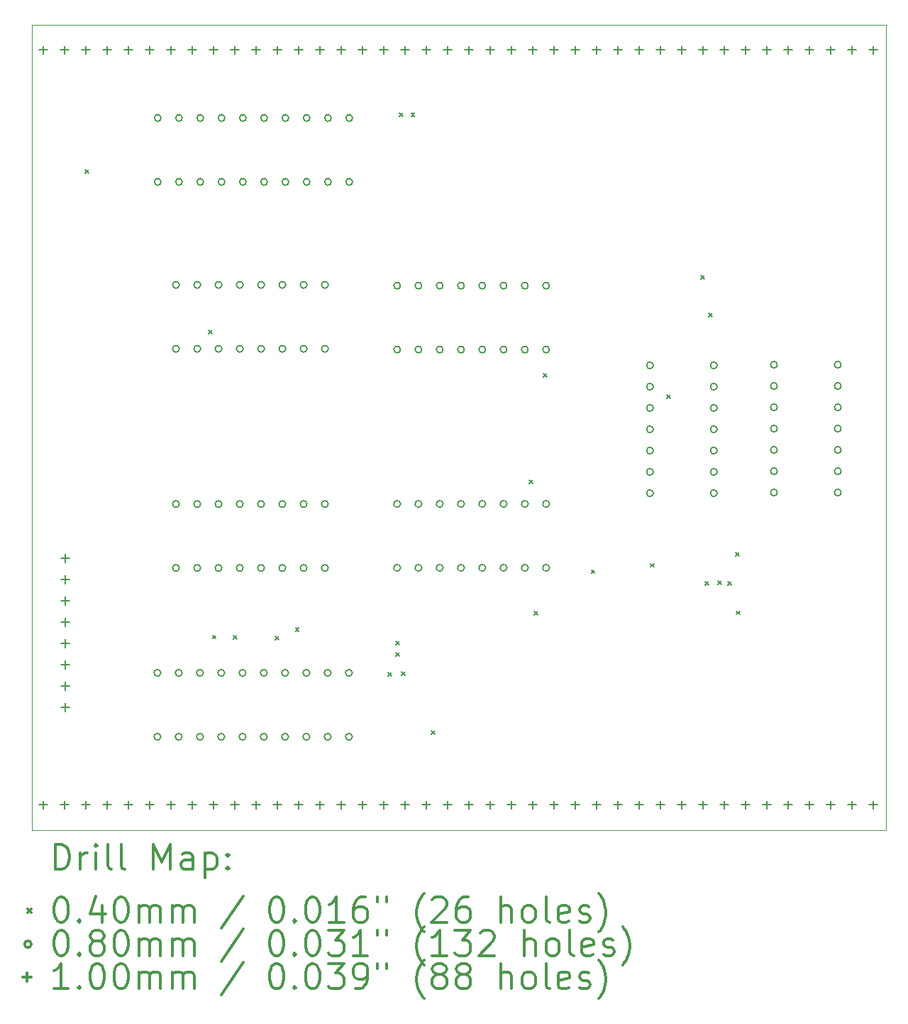
<source format=gbr>
%FSLAX45Y45*%
G04 Gerber Fmt 4.5, Leading zero omitted, Abs format (unit mm)*
G04 Created by KiCad (PCBNEW (5.1.9)-1) date 2022-07-23 11:52:51*
%MOMM*%
%LPD*%
G01*
G04 APERTURE LIST*
%TA.AperFunction,Profile*%
%ADD10C,0.100000*%
%TD*%
%ADD11C,0.200000*%
%ADD12C,0.300000*%
G04 APERTURE END LIST*
D10*
X8500000Y-13900000D02*
X8500000Y-4300000D01*
X18700000Y-13900000D02*
X8500000Y-13900000D01*
X18700000Y-4300000D02*
X18700000Y-13900000D01*
X8500000Y-4300000D02*
X18700000Y-4300000D01*
D11*
X9140000Y-6030000D02*
X9180000Y-6070000D01*
X9180000Y-6030000D02*
X9140000Y-6070000D01*
X10610000Y-7940000D02*
X10650000Y-7980000D01*
X10650000Y-7940000D02*
X10610000Y-7980000D01*
X10659500Y-11579500D02*
X10699500Y-11619500D01*
X10699500Y-11579500D02*
X10659500Y-11619500D01*
X10907500Y-11585500D02*
X10947500Y-11625500D01*
X10947500Y-11585500D02*
X10907500Y-11625500D01*
X11411000Y-11590000D02*
X11451000Y-11630000D01*
X11451000Y-11590000D02*
X11411000Y-11630000D01*
X11650000Y-11492503D02*
X11690000Y-11532503D01*
X11690000Y-11492503D02*
X11650000Y-11532503D01*
X12756500Y-12020500D02*
X12796500Y-12060500D01*
X12796500Y-12020500D02*
X12756500Y-12060500D01*
X12849000Y-11652501D02*
X12889000Y-11692501D01*
X12889000Y-11652501D02*
X12849000Y-11692501D01*
X12849000Y-11783000D02*
X12889000Y-11823000D01*
X12889000Y-11783000D02*
X12849000Y-11823000D01*
X12890000Y-5350000D02*
X12930000Y-5390000D01*
X12930000Y-5350000D02*
X12890000Y-5390000D01*
X12918000Y-12014000D02*
X12958000Y-12054000D01*
X12958000Y-12014000D02*
X12918000Y-12054000D01*
X13030000Y-5350000D02*
X13070000Y-5390000D01*
X13070000Y-5350000D02*
X13030000Y-5390000D01*
X13270000Y-12720000D02*
X13310000Y-12760000D01*
X13310000Y-12720000D02*
X13270000Y-12760000D01*
X14440000Y-9730000D02*
X14480000Y-9770000D01*
X14480000Y-9730000D02*
X14440000Y-9770000D01*
X14500000Y-11292501D02*
X14540000Y-11332501D01*
X14540000Y-11292501D02*
X14500000Y-11332501D01*
X14610000Y-8460000D02*
X14650000Y-8500000D01*
X14650000Y-8460000D02*
X14610000Y-8500000D01*
X15180000Y-10800000D02*
X15220000Y-10840000D01*
X15220000Y-10800000D02*
X15180000Y-10840000D01*
X15886501Y-10723499D02*
X15926501Y-10763499D01*
X15926501Y-10723499D02*
X15886501Y-10763499D01*
X16080000Y-8710000D02*
X16120000Y-8750000D01*
X16120000Y-8710000D02*
X16080000Y-8750000D01*
X16487499Y-7292501D02*
X16527499Y-7332501D01*
X16527499Y-7292501D02*
X16487499Y-7332501D01*
X16540000Y-10940000D02*
X16580000Y-10980000D01*
X16580000Y-10940000D02*
X16540000Y-10980000D01*
X16580659Y-7740659D02*
X16620659Y-7780659D01*
X16620659Y-7740659D02*
X16580659Y-7780659D01*
X16690000Y-10930000D02*
X16730000Y-10970000D01*
X16730000Y-10930000D02*
X16690000Y-10970000D01*
X16810001Y-10940000D02*
X16850001Y-10980000D01*
X16850001Y-10940000D02*
X16810001Y-10980000D01*
X16900000Y-10590000D02*
X16940000Y-10630000D01*
X16940000Y-10590000D02*
X16900000Y-10630000D01*
X16910000Y-11290000D02*
X16950000Y-11330000D01*
X16950000Y-11290000D02*
X16910000Y-11330000D01*
X10040000Y-12025000D02*
G75*
G03*
X10040000Y-12025000I-40000J0D01*
G01*
X10040000Y-12787000D02*
G75*
G03*
X10040000Y-12787000I-40000J0D01*
G01*
X10044000Y-5410000D02*
G75*
G03*
X10044000Y-5410000I-40000J0D01*
G01*
X10044000Y-6172000D02*
G75*
G03*
X10044000Y-6172000I-40000J0D01*
G01*
X10262000Y-7400000D02*
G75*
G03*
X10262000Y-7400000I-40000J0D01*
G01*
X10262000Y-8162000D02*
G75*
G03*
X10262000Y-8162000I-40000J0D01*
G01*
X10262000Y-10013000D02*
G75*
G03*
X10262000Y-10013000I-40000J0D01*
G01*
X10262000Y-10775000D02*
G75*
G03*
X10262000Y-10775000I-40000J0D01*
G01*
X10294000Y-12025000D02*
G75*
G03*
X10294000Y-12025000I-40000J0D01*
G01*
X10294000Y-12787000D02*
G75*
G03*
X10294000Y-12787000I-40000J0D01*
G01*
X10298000Y-5410000D02*
G75*
G03*
X10298000Y-5410000I-40000J0D01*
G01*
X10298000Y-6172000D02*
G75*
G03*
X10298000Y-6172000I-40000J0D01*
G01*
X10516000Y-7400000D02*
G75*
G03*
X10516000Y-7400000I-40000J0D01*
G01*
X10516000Y-8162000D02*
G75*
G03*
X10516000Y-8162000I-40000J0D01*
G01*
X10516000Y-10013000D02*
G75*
G03*
X10516000Y-10013000I-40000J0D01*
G01*
X10516000Y-10775000D02*
G75*
G03*
X10516000Y-10775000I-40000J0D01*
G01*
X10548000Y-12025000D02*
G75*
G03*
X10548000Y-12025000I-40000J0D01*
G01*
X10548000Y-12787000D02*
G75*
G03*
X10548000Y-12787000I-40000J0D01*
G01*
X10552000Y-5410000D02*
G75*
G03*
X10552000Y-5410000I-40000J0D01*
G01*
X10552000Y-6172000D02*
G75*
G03*
X10552000Y-6172000I-40000J0D01*
G01*
X10770000Y-7400000D02*
G75*
G03*
X10770000Y-7400000I-40000J0D01*
G01*
X10770000Y-8162000D02*
G75*
G03*
X10770000Y-8162000I-40000J0D01*
G01*
X10770000Y-10013000D02*
G75*
G03*
X10770000Y-10013000I-40000J0D01*
G01*
X10770000Y-10775000D02*
G75*
G03*
X10770000Y-10775000I-40000J0D01*
G01*
X10802000Y-12025000D02*
G75*
G03*
X10802000Y-12025000I-40000J0D01*
G01*
X10802000Y-12787000D02*
G75*
G03*
X10802000Y-12787000I-40000J0D01*
G01*
X10806000Y-5410000D02*
G75*
G03*
X10806000Y-5410000I-40000J0D01*
G01*
X10806000Y-6172000D02*
G75*
G03*
X10806000Y-6172000I-40000J0D01*
G01*
X11024000Y-7400000D02*
G75*
G03*
X11024000Y-7400000I-40000J0D01*
G01*
X11024000Y-8162000D02*
G75*
G03*
X11024000Y-8162000I-40000J0D01*
G01*
X11024000Y-10013000D02*
G75*
G03*
X11024000Y-10013000I-40000J0D01*
G01*
X11024000Y-10775000D02*
G75*
G03*
X11024000Y-10775000I-40000J0D01*
G01*
X11056000Y-12025000D02*
G75*
G03*
X11056000Y-12025000I-40000J0D01*
G01*
X11056000Y-12787000D02*
G75*
G03*
X11056000Y-12787000I-40000J0D01*
G01*
X11060000Y-5410000D02*
G75*
G03*
X11060000Y-5410000I-40000J0D01*
G01*
X11060000Y-6172000D02*
G75*
G03*
X11060000Y-6172000I-40000J0D01*
G01*
X11278000Y-7400000D02*
G75*
G03*
X11278000Y-7400000I-40000J0D01*
G01*
X11278000Y-8162000D02*
G75*
G03*
X11278000Y-8162000I-40000J0D01*
G01*
X11278000Y-10013000D02*
G75*
G03*
X11278000Y-10013000I-40000J0D01*
G01*
X11278000Y-10775000D02*
G75*
G03*
X11278000Y-10775000I-40000J0D01*
G01*
X11310000Y-12025000D02*
G75*
G03*
X11310000Y-12025000I-40000J0D01*
G01*
X11310000Y-12787000D02*
G75*
G03*
X11310000Y-12787000I-40000J0D01*
G01*
X11314000Y-5410000D02*
G75*
G03*
X11314000Y-5410000I-40000J0D01*
G01*
X11314000Y-6172000D02*
G75*
G03*
X11314000Y-6172000I-40000J0D01*
G01*
X11532000Y-7400000D02*
G75*
G03*
X11532000Y-7400000I-40000J0D01*
G01*
X11532000Y-8162000D02*
G75*
G03*
X11532000Y-8162000I-40000J0D01*
G01*
X11532000Y-10013000D02*
G75*
G03*
X11532000Y-10013000I-40000J0D01*
G01*
X11532000Y-10775000D02*
G75*
G03*
X11532000Y-10775000I-40000J0D01*
G01*
X11564000Y-12025000D02*
G75*
G03*
X11564000Y-12025000I-40000J0D01*
G01*
X11564000Y-12787000D02*
G75*
G03*
X11564000Y-12787000I-40000J0D01*
G01*
X11568000Y-5410000D02*
G75*
G03*
X11568000Y-5410000I-40000J0D01*
G01*
X11568000Y-6172000D02*
G75*
G03*
X11568000Y-6172000I-40000J0D01*
G01*
X11786000Y-7400000D02*
G75*
G03*
X11786000Y-7400000I-40000J0D01*
G01*
X11786000Y-8162000D02*
G75*
G03*
X11786000Y-8162000I-40000J0D01*
G01*
X11786000Y-10013000D02*
G75*
G03*
X11786000Y-10013000I-40000J0D01*
G01*
X11786000Y-10775000D02*
G75*
G03*
X11786000Y-10775000I-40000J0D01*
G01*
X11818000Y-12025000D02*
G75*
G03*
X11818000Y-12025000I-40000J0D01*
G01*
X11818000Y-12787000D02*
G75*
G03*
X11818000Y-12787000I-40000J0D01*
G01*
X11822000Y-5410000D02*
G75*
G03*
X11822000Y-5410000I-40000J0D01*
G01*
X11822000Y-6172000D02*
G75*
G03*
X11822000Y-6172000I-40000J0D01*
G01*
X12040000Y-7400000D02*
G75*
G03*
X12040000Y-7400000I-40000J0D01*
G01*
X12040000Y-8162000D02*
G75*
G03*
X12040000Y-8162000I-40000J0D01*
G01*
X12040000Y-10013000D02*
G75*
G03*
X12040000Y-10013000I-40000J0D01*
G01*
X12040000Y-10775000D02*
G75*
G03*
X12040000Y-10775000I-40000J0D01*
G01*
X12072000Y-12025000D02*
G75*
G03*
X12072000Y-12025000I-40000J0D01*
G01*
X12072000Y-12787000D02*
G75*
G03*
X12072000Y-12787000I-40000J0D01*
G01*
X12076000Y-5410000D02*
G75*
G03*
X12076000Y-5410000I-40000J0D01*
G01*
X12076000Y-6172000D02*
G75*
G03*
X12076000Y-6172000I-40000J0D01*
G01*
X12326000Y-12025000D02*
G75*
G03*
X12326000Y-12025000I-40000J0D01*
G01*
X12326000Y-12787000D02*
G75*
G03*
X12326000Y-12787000I-40000J0D01*
G01*
X12330000Y-5410000D02*
G75*
G03*
X12330000Y-5410000I-40000J0D01*
G01*
X12330000Y-6172000D02*
G75*
G03*
X12330000Y-6172000I-40000J0D01*
G01*
X12902000Y-7409000D02*
G75*
G03*
X12902000Y-7409000I-40000J0D01*
G01*
X12902000Y-8171000D02*
G75*
G03*
X12902000Y-8171000I-40000J0D01*
G01*
X12902000Y-10012000D02*
G75*
G03*
X12902000Y-10012000I-40000J0D01*
G01*
X12902000Y-10774000D02*
G75*
G03*
X12902000Y-10774000I-40000J0D01*
G01*
X13156000Y-7409000D02*
G75*
G03*
X13156000Y-7409000I-40000J0D01*
G01*
X13156000Y-8171000D02*
G75*
G03*
X13156000Y-8171000I-40000J0D01*
G01*
X13156000Y-10012000D02*
G75*
G03*
X13156000Y-10012000I-40000J0D01*
G01*
X13156000Y-10774000D02*
G75*
G03*
X13156000Y-10774000I-40000J0D01*
G01*
X13410000Y-7409000D02*
G75*
G03*
X13410000Y-7409000I-40000J0D01*
G01*
X13410000Y-8171000D02*
G75*
G03*
X13410000Y-8171000I-40000J0D01*
G01*
X13410000Y-10012000D02*
G75*
G03*
X13410000Y-10012000I-40000J0D01*
G01*
X13410000Y-10774000D02*
G75*
G03*
X13410000Y-10774000I-40000J0D01*
G01*
X13664000Y-7409000D02*
G75*
G03*
X13664000Y-7409000I-40000J0D01*
G01*
X13664000Y-8171000D02*
G75*
G03*
X13664000Y-8171000I-40000J0D01*
G01*
X13664000Y-10012000D02*
G75*
G03*
X13664000Y-10012000I-40000J0D01*
G01*
X13664000Y-10774000D02*
G75*
G03*
X13664000Y-10774000I-40000J0D01*
G01*
X13918000Y-7409000D02*
G75*
G03*
X13918000Y-7409000I-40000J0D01*
G01*
X13918000Y-8171000D02*
G75*
G03*
X13918000Y-8171000I-40000J0D01*
G01*
X13918000Y-10012000D02*
G75*
G03*
X13918000Y-10012000I-40000J0D01*
G01*
X13918000Y-10774000D02*
G75*
G03*
X13918000Y-10774000I-40000J0D01*
G01*
X14172000Y-7409000D02*
G75*
G03*
X14172000Y-7409000I-40000J0D01*
G01*
X14172000Y-8171000D02*
G75*
G03*
X14172000Y-8171000I-40000J0D01*
G01*
X14172000Y-10012000D02*
G75*
G03*
X14172000Y-10012000I-40000J0D01*
G01*
X14172000Y-10774000D02*
G75*
G03*
X14172000Y-10774000I-40000J0D01*
G01*
X14426000Y-7409000D02*
G75*
G03*
X14426000Y-7409000I-40000J0D01*
G01*
X14426000Y-8171000D02*
G75*
G03*
X14426000Y-8171000I-40000J0D01*
G01*
X14426000Y-10012000D02*
G75*
G03*
X14426000Y-10012000I-40000J0D01*
G01*
X14426000Y-10774000D02*
G75*
G03*
X14426000Y-10774000I-40000J0D01*
G01*
X14680000Y-7409000D02*
G75*
G03*
X14680000Y-7409000I-40000J0D01*
G01*
X14680000Y-8171000D02*
G75*
G03*
X14680000Y-8171000I-40000J0D01*
G01*
X14680000Y-10012000D02*
G75*
G03*
X14680000Y-10012000I-40000J0D01*
G01*
X14680000Y-10774000D02*
G75*
G03*
X14680000Y-10774000I-40000J0D01*
G01*
X15920000Y-8360000D02*
G75*
G03*
X15920000Y-8360000I-40000J0D01*
G01*
X15920000Y-8614000D02*
G75*
G03*
X15920000Y-8614000I-40000J0D01*
G01*
X15920000Y-8868000D02*
G75*
G03*
X15920000Y-8868000I-40000J0D01*
G01*
X15920000Y-9122000D02*
G75*
G03*
X15920000Y-9122000I-40000J0D01*
G01*
X15920000Y-9376000D02*
G75*
G03*
X15920000Y-9376000I-40000J0D01*
G01*
X15920000Y-9630000D02*
G75*
G03*
X15920000Y-9630000I-40000J0D01*
G01*
X15920000Y-9884000D02*
G75*
G03*
X15920000Y-9884000I-40000J0D01*
G01*
X16682000Y-8360000D02*
G75*
G03*
X16682000Y-8360000I-40000J0D01*
G01*
X16682000Y-8614000D02*
G75*
G03*
X16682000Y-8614000I-40000J0D01*
G01*
X16682000Y-8868000D02*
G75*
G03*
X16682000Y-8868000I-40000J0D01*
G01*
X16682000Y-9122000D02*
G75*
G03*
X16682000Y-9122000I-40000J0D01*
G01*
X16682000Y-9376000D02*
G75*
G03*
X16682000Y-9376000I-40000J0D01*
G01*
X16682000Y-9630000D02*
G75*
G03*
X16682000Y-9630000I-40000J0D01*
G01*
X16682000Y-9884000D02*
G75*
G03*
X16682000Y-9884000I-40000J0D01*
G01*
X17399000Y-8352000D02*
G75*
G03*
X17399000Y-8352000I-40000J0D01*
G01*
X17399000Y-8606000D02*
G75*
G03*
X17399000Y-8606000I-40000J0D01*
G01*
X17399000Y-8860000D02*
G75*
G03*
X17399000Y-8860000I-40000J0D01*
G01*
X17399000Y-9114000D02*
G75*
G03*
X17399000Y-9114000I-40000J0D01*
G01*
X17399000Y-9368000D02*
G75*
G03*
X17399000Y-9368000I-40000J0D01*
G01*
X17399000Y-9622000D02*
G75*
G03*
X17399000Y-9622000I-40000J0D01*
G01*
X17399000Y-9876000D02*
G75*
G03*
X17399000Y-9876000I-40000J0D01*
G01*
X18161000Y-8352000D02*
G75*
G03*
X18161000Y-8352000I-40000J0D01*
G01*
X18161000Y-8606000D02*
G75*
G03*
X18161000Y-8606000I-40000J0D01*
G01*
X18161000Y-8860000D02*
G75*
G03*
X18161000Y-8860000I-40000J0D01*
G01*
X18161000Y-9114000D02*
G75*
G03*
X18161000Y-9114000I-40000J0D01*
G01*
X18161000Y-9368000D02*
G75*
G03*
X18161000Y-9368000I-40000J0D01*
G01*
X18161000Y-9622000D02*
G75*
G03*
X18161000Y-9622000I-40000J0D01*
G01*
X18161000Y-9876000D02*
G75*
G03*
X18161000Y-9876000I-40000J0D01*
G01*
X8640000Y-4550000D02*
X8640000Y-4650000D01*
X8590000Y-4600000D02*
X8690000Y-4600000D01*
X8640000Y-13550000D02*
X8640000Y-13650000D01*
X8590000Y-13600000D02*
X8690000Y-13600000D01*
X8894000Y-4550000D02*
X8894000Y-4650000D01*
X8844000Y-4600000D02*
X8944000Y-4600000D01*
X8894000Y-13550000D02*
X8894000Y-13650000D01*
X8844000Y-13600000D02*
X8944000Y-13600000D01*
X8900000Y-10610000D02*
X8900000Y-10710000D01*
X8850000Y-10660000D02*
X8950000Y-10660000D01*
X8900000Y-10864000D02*
X8900000Y-10964000D01*
X8850000Y-10914000D02*
X8950000Y-10914000D01*
X8900000Y-11118000D02*
X8900000Y-11218000D01*
X8850000Y-11168000D02*
X8950000Y-11168000D01*
X8900000Y-11372000D02*
X8900000Y-11472000D01*
X8850000Y-11422000D02*
X8950000Y-11422000D01*
X8900000Y-11626000D02*
X8900000Y-11726000D01*
X8850000Y-11676000D02*
X8950000Y-11676000D01*
X8900000Y-11880000D02*
X8900000Y-11980000D01*
X8850000Y-11930000D02*
X8950000Y-11930000D01*
X8900000Y-12134000D02*
X8900000Y-12234000D01*
X8850000Y-12184000D02*
X8950000Y-12184000D01*
X8900000Y-12388000D02*
X8900000Y-12488000D01*
X8850000Y-12438000D02*
X8950000Y-12438000D01*
X9148000Y-4550000D02*
X9148000Y-4650000D01*
X9098000Y-4600000D02*
X9198000Y-4600000D01*
X9148000Y-13550000D02*
X9148000Y-13650000D01*
X9098000Y-13600000D02*
X9198000Y-13600000D01*
X9402000Y-4550000D02*
X9402000Y-4650000D01*
X9352000Y-4600000D02*
X9452000Y-4600000D01*
X9402000Y-13550000D02*
X9402000Y-13650000D01*
X9352000Y-13600000D02*
X9452000Y-13600000D01*
X9656000Y-4550000D02*
X9656000Y-4650000D01*
X9606000Y-4600000D02*
X9706000Y-4600000D01*
X9656000Y-13550000D02*
X9656000Y-13650000D01*
X9606000Y-13600000D02*
X9706000Y-13600000D01*
X9910000Y-4550000D02*
X9910000Y-4650000D01*
X9860000Y-4600000D02*
X9960000Y-4600000D01*
X9910000Y-13550000D02*
X9910000Y-13650000D01*
X9860000Y-13600000D02*
X9960000Y-13600000D01*
X10164000Y-4550000D02*
X10164000Y-4650000D01*
X10114000Y-4600000D02*
X10214000Y-4600000D01*
X10164000Y-13550000D02*
X10164000Y-13650000D01*
X10114000Y-13600000D02*
X10214000Y-13600000D01*
X10418000Y-4550000D02*
X10418000Y-4650000D01*
X10368000Y-4600000D02*
X10468000Y-4600000D01*
X10418000Y-13550000D02*
X10418000Y-13650000D01*
X10368000Y-13600000D02*
X10468000Y-13600000D01*
X10672000Y-4550000D02*
X10672000Y-4650000D01*
X10622000Y-4600000D02*
X10722000Y-4600000D01*
X10672000Y-13550000D02*
X10672000Y-13650000D01*
X10622000Y-13600000D02*
X10722000Y-13600000D01*
X10926000Y-4550000D02*
X10926000Y-4650000D01*
X10876000Y-4600000D02*
X10976000Y-4600000D01*
X10926000Y-13550000D02*
X10926000Y-13650000D01*
X10876000Y-13600000D02*
X10976000Y-13600000D01*
X11180000Y-4550000D02*
X11180000Y-4650000D01*
X11130000Y-4600000D02*
X11230000Y-4600000D01*
X11180000Y-13550000D02*
X11180000Y-13650000D01*
X11130000Y-13600000D02*
X11230000Y-13600000D01*
X11434000Y-4550000D02*
X11434000Y-4650000D01*
X11384000Y-4600000D02*
X11484000Y-4600000D01*
X11434000Y-13550000D02*
X11434000Y-13650000D01*
X11384000Y-13600000D02*
X11484000Y-13600000D01*
X11688000Y-4550000D02*
X11688000Y-4650000D01*
X11638000Y-4600000D02*
X11738000Y-4600000D01*
X11688000Y-13550000D02*
X11688000Y-13650000D01*
X11638000Y-13600000D02*
X11738000Y-13600000D01*
X11942000Y-4550000D02*
X11942000Y-4650000D01*
X11892000Y-4600000D02*
X11992000Y-4600000D01*
X11942000Y-13550000D02*
X11942000Y-13650000D01*
X11892000Y-13600000D02*
X11992000Y-13600000D01*
X12196000Y-4550000D02*
X12196000Y-4650000D01*
X12146000Y-4600000D02*
X12246000Y-4600000D01*
X12196000Y-13550000D02*
X12196000Y-13650000D01*
X12146000Y-13600000D02*
X12246000Y-13600000D01*
X12450000Y-4550000D02*
X12450000Y-4650000D01*
X12400000Y-4600000D02*
X12500000Y-4600000D01*
X12450000Y-13550000D02*
X12450000Y-13650000D01*
X12400000Y-13600000D02*
X12500000Y-13600000D01*
X12704000Y-4550000D02*
X12704000Y-4650000D01*
X12654000Y-4600000D02*
X12754000Y-4600000D01*
X12704000Y-13550000D02*
X12704000Y-13650000D01*
X12654000Y-13600000D02*
X12754000Y-13600000D01*
X12958000Y-4550000D02*
X12958000Y-4650000D01*
X12908000Y-4600000D02*
X13008000Y-4600000D01*
X12958000Y-13550000D02*
X12958000Y-13650000D01*
X12908000Y-13600000D02*
X13008000Y-13600000D01*
X13212000Y-4550000D02*
X13212000Y-4650000D01*
X13162000Y-4600000D02*
X13262000Y-4600000D01*
X13212000Y-13550000D02*
X13212000Y-13650000D01*
X13162000Y-13600000D02*
X13262000Y-13600000D01*
X13466000Y-4550000D02*
X13466000Y-4650000D01*
X13416000Y-4600000D02*
X13516000Y-4600000D01*
X13466000Y-13550000D02*
X13466000Y-13650000D01*
X13416000Y-13600000D02*
X13516000Y-13600000D01*
X13720000Y-4550000D02*
X13720000Y-4650000D01*
X13670000Y-4600000D02*
X13770000Y-4600000D01*
X13720000Y-13550000D02*
X13720000Y-13650000D01*
X13670000Y-13600000D02*
X13770000Y-13600000D01*
X13974000Y-4550000D02*
X13974000Y-4650000D01*
X13924000Y-4600000D02*
X14024000Y-4600000D01*
X13974000Y-13550000D02*
X13974000Y-13650000D01*
X13924000Y-13600000D02*
X14024000Y-13600000D01*
X14228000Y-4550000D02*
X14228000Y-4650000D01*
X14178000Y-4600000D02*
X14278000Y-4600000D01*
X14228000Y-13550000D02*
X14228000Y-13650000D01*
X14178000Y-13600000D02*
X14278000Y-13600000D01*
X14482000Y-4550000D02*
X14482000Y-4650000D01*
X14432000Y-4600000D02*
X14532000Y-4600000D01*
X14482000Y-13550000D02*
X14482000Y-13650000D01*
X14432000Y-13600000D02*
X14532000Y-13600000D01*
X14736000Y-4550000D02*
X14736000Y-4650000D01*
X14686000Y-4600000D02*
X14786000Y-4600000D01*
X14736000Y-13550000D02*
X14736000Y-13650000D01*
X14686000Y-13600000D02*
X14786000Y-13600000D01*
X14990000Y-4550000D02*
X14990000Y-4650000D01*
X14940000Y-4600000D02*
X15040000Y-4600000D01*
X14990000Y-13550000D02*
X14990000Y-13650000D01*
X14940000Y-13600000D02*
X15040000Y-13600000D01*
X15244000Y-4550000D02*
X15244000Y-4650000D01*
X15194000Y-4600000D02*
X15294000Y-4600000D01*
X15244000Y-13550000D02*
X15244000Y-13650000D01*
X15194000Y-13600000D02*
X15294000Y-13600000D01*
X15498000Y-4550000D02*
X15498000Y-4650000D01*
X15448000Y-4600000D02*
X15548000Y-4600000D01*
X15498000Y-13550000D02*
X15498000Y-13650000D01*
X15448000Y-13600000D02*
X15548000Y-13600000D01*
X15752000Y-4550000D02*
X15752000Y-4650000D01*
X15702000Y-4600000D02*
X15802000Y-4600000D01*
X15752000Y-13550000D02*
X15752000Y-13650000D01*
X15702000Y-13600000D02*
X15802000Y-13600000D01*
X16006000Y-4550000D02*
X16006000Y-4650000D01*
X15956000Y-4600000D02*
X16056000Y-4600000D01*
X16006000Y-13550000D02*
X16006000Y-13650000D01*
X15956000Y-13600000D02*
X16056000Y-13600000D01*
X16260000Y-4550000D02*
X16260000Y-4650000D01*
X16210000Y-4600000D02*
X16310000Y-4600000D01*
X16260000Y-13550000D02*
X16260000Y-13650000D01*
X16210000Y-13600000D02*
X16310000Y-13600000D01*
X16514000Y-4550000D02*
X16514000Y-4650000D01*
X16464000Y-4600000D02*
X16564000Y-4600000D01*
X16514000Y-13550000D02*
X16514000Y-13650000D01*
X16464000Y-13600000D02*
X16564000Y-13600000D01*
X16768000Y-4550000D02*
X16768000Y-4650000D01*
X16718000Y-4600000D02*
X16818000Y-4600000D01*
X16768000Y-13550000D02*
X16768000Y-13650000D01*
X16718000Y-13600000D02*
X16818000Y-13600000D01*
X17022000Y-4550000D02*
X17022000Y-4650000D01*
X16972000Y-4600000D02*
X17072000Y-4600000D01*
X17022000Y-13550000D02*
X17022000Y-13650000D01*
X16972000Y-13600000D02*
X17072000Y-13600000D01*
X17276000Y-4550000D02*
X17276000Y-4650000D01*
X17226000Y-4600000D02*
X17326000Y-4600000D01*
X17276000Y-13550000D02*
X17276000Y-13650000D01*
X17226000Y-13600000D02*
X17326000Y-13600000D01*
X17530000Y-4550000D02*
X17530000Y-4650000D01*
X17480000Y-4600000D02*
X17580000Y-4600000D01*
X17530000Y-13550000D02*
X17530000Y-13650000D01*
X17480000Y-13600000D02*
X17580000Y-13600000D01*
X17784000Y-4550000D02*
X17784000Y-4650000D01*
X17734000Y-4600000D02*
X17834000Y-4600000D01*
X17784000Y-13550000D02*
X17784000Y-13650000D01*
X17734000Y-13600000D02*
X17834000Y-13600000D01*
X18038000Y-4550000D02*
X18038000Y-4650000D01*
X17988000Y-4600000D02*
X18088000Y-4600000D01*
X18038000Y-13550000D02*
X18038000Y-13650000D01*
X17988000Y-13600000D02*
X18088000Y-13600000D01*
X18292000Y-4550000D02*
X18292000Y-4650000D01*
X18242000Y-4600000D02*
X18342000Y-4600000D01*
X18292000Y-13550000D02*
X18292000Y-13650000D01*
X18242000Y-13600000D02*
X18342000Y-13600000D01*
X18546000Y-4550000D02*
X18546000Y-4650000D01*
X18496000Y-4600000D02*
X18596000Y-4600000D01*
X18546000Y-13550000D02*
X18546000Y-13650000D01*
X18496000Y-13600000D02*
X18596000Y-13600000D01*
D12*
X8781428Y-14370714D02*
X8781428Y-14070714D01*
X8852857Y-14070714D01*
X8895714Y-14085000D01*
X8924286Y-14113571D01*
X8938571Y-14142143D01*
X8952857Y-14199286D01*
X8952857Y-14242143D01*
X8938571Y-14299286D01*
X8924286Y-14327857D01*
X8895714Y-14356429D01*
X8852857Y-14370714D01*
X8781428Y-14370714D01*
X9081428Y-14370714D02*
X9081428Y-14170714D01*
X9081428Y-14227857D02*
X9095714Y-14199286D01*
X9110000Y-14185000D01*
X9138571Y-14170714D01*
X9167143Y-14170714D01*
X9267143Y-14370714D02*
X9267143Y-14170714D01*
X9267143Y-14070714D02*
X9252857Y-14085000D01*
X9267143Y-14099286D01*
X9281428Y-14085000D01*
X9267143Y-14070714D01*
X9267143Y-14099286D01*
X9452857Y-14370714D02*
X9424286Y-14356429D01*
X9410000Y-14327857D01*
X9410000Y-14070714D01*
X9610000Y-14370714D02*
X9581428Y-14356429D01*
X9567143Y-14327857D01*
X9567143Y-14070714D01*
X9952857Y-14370714D02*
X9952857Y-14070714D01*
X10052857Y-14285000D01*
X10152857Y-14070714D01*
X10152857Y-14370714D01*
X10424286Y-14370714D02*
X10424286Y-14213571D01*
X10410000Y-14185000D01*
X10381428Y-14170714D01*
X10324286Y-14170714D01*
X10295714Y-14185000D01*
X10424286Y-14356429D02*
X10395714Y-14370714D01*
X10324286Y-14370714D01*
X10295714Y-14356429D01*
X10281428Y-14327857D01*
X10281428Y-14299286D01*
X10295714Y-14270714D01*
X10324286Y-14256429D01*
X10395714Y-14256429D01*
X10424286Y-14242143D01*
X10567143Y-14170714D02*
X10567143Y-14470714D01*
X10567143Y-14185000D02*
X10595714Y-14170714D01*
X10652857Y-14170714D01*
X10681428Y-14185000D01*
X10695714Y-14199286D01*
X10710000Y-14227857D01*
X10710000Y-14313571D01*
X10695714Y-14342143D01*
X10681428Y-14356429D01*
X10652857Y-14370714D01*
X10595714Y-14370714D01*
X10567143Y-14356429D01*
X10838571Y-14342143D02*
X10852857Y-14356429D01*
X10838571Y-14370714D01*
X10824286Y-14356429D01*
X10838571Y-14342143D01*
X10838571Y-14370714D01*
X10838571Y-14185000D02*
X10852857Y-14199286D01*
X10838571Y-14213571D01*
X10824286Y-14199286D01*
X10838571Y-14185000D01*
X10838571Y-14213571D01*
X8455000Y-14845000D02*
X8495000Y-14885000D01*
X8495000Y-14845000D02*
X8455000Y-14885000D01*
X8838571Y-14700714D02*
X8867143Y-14700714D01*
X8895714Y-14715000D01*
X8910000Y-14729286D01*
X8924286Y-14757857D01*
X8938571Y-14815000D01*
X8938571Y-14886429D01*
X8924286Y-14943571D01*
X8910000Y-14972143D01*
X8895714Y-14986429D01*
X8867143Y-15000714D01*
X8838571Y-15000714D01*
X8810000Y-14986429D01*
X8795714Y-14972143D01*
X8781428Y-14943571D01*
X8767143Y-14886429D01*
X8767143Y-14815000D01*
X8781428Y-14757857D01*
X8795714Y-14729286D01*
X8810000Y-14715000D01*
X8838571Y-14700714D01*
X9067143Y-14972143D02*
X9081428Y-14986429D01*
X9067143Y-15000714D01*
X9052857Y-14986429D01*
X9067143Y-14972143D01*
X9067143Y-15000714D01*
X9338571Y-14800714D02*
X9338571Y-15000714D01*
X9267143Y-14686429D02*
X9195714Y-14900714D01*
X9381428Y-14900714D01*
X9552857Y-14700714D02*
X9581428Y-14700714D01*
X9610000Y-14715000D01*
X9624286Y-14729286D01*
X9638571Y-14757857D01*
X9652857Y-14815000D01*
X9652857Y-14886429D01*
X9638571Y-14943571D01*
X9624286Y-14972143D01*
X9610000Y-14986429D01*
X9581428Y-15000714D01*
X9552857Y-15000714D01*
X9524286Y-14986429D01*
X9510000Y-14972143D01*
X9495714Y-14943571D01*
X9481428Y-14886429D01*
X9481428Y-14815000D01*
X9495714Y-14757857D01*
X9510000Y-14729286D01*
X9524286Y-14715000D01*
X9552857Y-14700714D01*
X9781428Y-15000714D02*
X9781428Y-14800714D01*
X9781428Y-14829286D02*
X9795714Y-14815000D01*
X9824286Y-14800714D01*
X9867143Y-14800714D01*
X9895714Y-14815000D01*
X9910000Y-14843571D01*
X9910000Y-15000714D01*
X9910000Y-14843571D02*
X9924286Y-14815000D01*
X9952857Y-14800714D01*
X9995714Y-14800714D01*
X10024286Y-14815000D01*
X10038571Y-14843571D01*
X10038571Y-15000714D01*
X10181428Y-15000714D02*
X10181428Y-14800714D01*
X10181428Y-14829286D02*
X10195714Y-14815000D01*
X10224286Y-14800714D01*
X10267143Y-14800714D01*
X10295714Y-14815000D01*
X10310000Y-14843571D01*
X10310000Y-15000714D01*
X10310000Y-14843571D02*
X10324286Y-14815000D01*
X10352857Y-14800714D01*
X10395714Y-14800714D01*
X10424286Y-14815000D01*
X10438571Y-14843571D01*
X10438571Y-15000714D01*
X11024286Y-14686429D02*
X10767143Y-15072143D01*
X11410000Y-14700714D02*
X11438571Y-14700714D01*
X11467143Y-14715000D01*
X11481428Y-14729286D01*
X11495714Y-14757857D01*
X11510000Y-14815000D01*
X11510000Y-14886429D01*
X11495714Y-14943571D01*
X11481428Y-14972143D01*
X11467143Y-14986429D01*
X11438571Y-15000714D01*
X11410000Y-15000714D01*
X11381428Y-14986429D01*
X11367143Y-14972143D01*
X11352857Y-14943571D01*
X11338571Y-14886429D01*
X11338571Y-14815000D01*
X11352857Y-14757857D01*
X11367143Y-14729286D01*
X11381428Y-14715000D01*
X11410000Y-14700714D01*
X11638571Y-14972143D02*
X11652857Y-14986429D01*
X11638571Y-15000714D01*
X11624286Y-14986429D01*
X11638571Y-14972143D01*
X11638571Y-15000714D01*
X11838571Y-14700714D02*
X11867143Y-14700714D01*
X11895714Y-14715000D01*
X11910000Y-14729286D01*
X11924286Y-14757857D01*
X11938571Y-14815000D01*
X11938571Y-14886429D01*
X11924286Y-14943571D01*
X11910000Y-14972143D01*
X11895714Y-14986429D01*
X11867143Y-15000714D01*
X11838571Y-15000714D01*
X11810000Y-14986429D01*
X11795714Y-14972143D01*
X11781428Y-14943571D01*
X11767143Y-14886429D01*
X11767143Y-14815000D01*
X11781428Y-14757857D01*
X11795714Y-14729286D01*
X11810000Y-14715000D01*
X11838571Y-14700714D01*
X12224286Y-15000714D02*
X12052857Y-15000714D01*
X12138571Y-15000714D02*
X12138571Y-14700714D01*
X12110000Y-14743571D01*
X12081428Y-14772143D01*
X12052857Y-14786429D01*
X12481428Y-14700714D02*
X12424286Y-14700714D01*
X12395714Y-14715000D01*
X12381428Y-14729286D01*
X12352857Y-14772143D01*
X12338571Y-14829286D01*
X12338571Y-14943571D01*
X12352857Y-14972143D01*
X12367143Y-14986429D01*
X12395714Y-15000714D01*
X12452857Y-15000714D01*
X12481428Y-14986429D01*
X12495714Y-14972143D01*
X12510000Y-14943571D01*
X12510000Y-14872143D01*
X12495714Y-14843571D01*
X12481428Y-14829286D01*
X12452857Y-14815000D01*
X12395714Y-14815000D01*
X12367143Y-14829286D01*
X12352857Y-14843571D01*
X12338571Y-14872143D01*
X12624286Y-14700714D02*
X12624286Y-14757857D01*
X12738571Y-14700714D02*
X12738571Y-14757857D01*
X13181428Y-15115000D02*
X13167143Y-15100714D01*
X13138571Y-15057857D01*
X13124286Y-15029286D01*
X13110000Y-14986429D01*
X13095714Y-14915000D01*
X13095714Y-14857857D01*
X13110000Y-14786429D01*
X13124286Y-14743571D01*
X13138571Y-14715000D01*
X13167143Y-14672143D01*
X13181428Y-14657857D01*
X13281428Y-14729286D02*
X13295714Y-14715000D01*
X13324286Y-14700714D01*
X13395714Y-14700714D01*
X13424286Y-14715000D01*
X13438571Y-14729286D01*
X13452857Y-14757857D01*
X13452857Y-14786429D01*
X13438571Y-14829286D01*
X13267143Y-15000714D01*
X13452857Y-15000714D01*
X13710000Y-14700714D02*
X13652857Y-14700714D01*
X13624286Y-14715000D01*
X13610000Y-14729286D01*
X13581428Y-14772143D01*
X13567143Y-14829286D01*
X13567143Y-14943571D01*
X13581428Y-14972143D01*
X13595714Y-14986429D01*
X13624286Y-15000714D01*
X13681428Y-15000714D01*
X13710000Y-14986429D01*
X13724286Y-14972143D01*
X13738571Y-14943571D01*
X13738571Y-14872143D01*
X13724286Y-14843571D01*
X13710000Y-14829286D01*
X13681428Y-14815000D01*
X13624286Y-14815000D01*
X13595714Y-14829286D01*
X13581428Y-14843571D01*
X13567143Y-14872143D01*
X14095714Y-15000714D02*
X14095714Y-14700714D01*
X14224286Y-15000714D02*
X14224286Y-14843571D01*
X14210000Y-14815000D01*
X14181428Y-14800714D01*
X14138571Y-14800714D01*
X14110000Y-14815000D01*
X14095714Y-14829286D01*
X14410000Y-15000714D02*
X14381428Y-14986429D01*
X14367143Y-14972143D01*
X14352857Y-14943571D01*
X14352857Y-14857857D01*
X14367143Y-14829286D01*
X14381428Y-14815000D01*
X14410000Y-14800714D01*
X14452857Y-14800714D01*
X14481428Y-14815000D01*
X14495714Y-14829286D01*
X14510000Y-14857857D01*
X14510000Y-14943571D01*
X14495714Y-14972143D01*
X14481428Y-14986429D01*
X14452857Y-15000714D01*
X14410000Y-15000714D01*
X14681428Y-15000714D02*
X14652857Y-14986429D01*
X14638571Y-14957857D01*
X14638571Y-14700714D01*
X14910000Y-14986429D02*
X14881428Y-15000714D01*
X14824286Y-15000714D01*
X14795714Y-14986429D01*
X14781428Y-14957857D01*
X14781428Y-14843571D01*
X14795714Y-14815000D01*
X14824286Y-14800714D01*
X14881428Y-14800714D01*
X14910000Y-14815000D01*
X14924286Y-14843571D01*
X14924286Y-14872143D01*
X14781428Y-14900714D01*
X15038571Y-14986429D02*
X15067143Y-15000714D01*
X15124286Y-15000714D01*
X15152857Y-14986429D01*
X15167143Y-14957857D01*
X15167143Y-14943571D01*
X15152857Y-14915000D01*
X15124286Y-14900714D01*
X15081428Y-14900714D01*
X15052857Y-14886429D01*
X15038571Y-14857857D01*
X15038571Y-14843571D01*
X15052857Y-14815000D01*
X15081428Y-14800714D01*
X15124286Y-14800714D01*
X15152857Y-14815000D01*
X15267143Y-15115000D02*
X15281428Y-15100714D01*
X15310000Y-15057857D01*
X15324286Y-15029286D01*
X15338571Y-14986429D01*
X15352857Y-14915000D01*
X15352857Y-14857857D01*
X15338571Y-14786429D01*
X15324286Y-14743571D01*
X15310000Y-14715000D01*
X15281428Y-14672143D01*
X15267143Y-14657857D01*
X8495000Y-15261000D02*
G75*
G03*
X8495000Y-15261000I-40000J0D01*
G01*
X8838571Y-15096714D02*
X8867143Y-15096714D01*
X8895714Y-15111000D01*
X8910000Y-15125286D01*
X8924286Y-15153857D01*
X8938571Y-15211000D01*
X8938571Y-15282429D01*
X8924286Y-15339571D01*
X8910000Y-15368143D01*
X8895714Y-15382429D01*
X8867143Y-15396714D01*
X8838571Y-15396714D01*
X8810000Y-15382429D01*
X8795714Y-15368143D01*
X8781428Y-15339571D01*
X8767143Y-15282429D01*
X8767143Y-15211000D01*
X8781428Y-15153857D01*
X8795714Y-15125286D01*
X8810000Y-15111000D01*
X8838571Y-15096714D01*
X9067143Y-15368143D02*
X9081428Y-15382429D01*
X9067143Y-15396714D01*
X9052857Y-15382429D01*
X9067143Y-15368143D01*
X9067143Y-15396714D01*
X9252857Y-15225286D02*
X9224286Y-15211000D01*
X9210000Y-15196714D01*
X9195714Y-15168143D01*
X9195714Y-15153857D01*
X9210000Y-15125286D01*
X9224286Y-15111000D01*
X9252857Y-15096714D01*
X9310000Y-15096714D01*
X9338571Y-15111000D01*
X9352857Y-15125286D01*
X9367143Y-15153857D01*
X9367143Y-15168143D01*
X9352857Y-15196714D01*
X9338571Y-15211000D01*
X9310000Y-15225286D01*
X9252857Y-15225286D01*
X9224286Y-15239571D01*
X9210000Y-15253857D01*
X9195714Y-15282429D01*
X9195714Y-15339571D01*
X9210000Y-15368143D01*
X9224286Y-15382429D01*
X9252857Y-15396714D01*
X9310000Y-15396714D01*
X9338571Y-15382429D01*
X9352857Y-15368143D01*
X9367143Y-15339571D01*
X9367143Y-15282429D01*
X9352857Y-15253857D01*
X9338571Y-15239571D01*
X9310000Y-15225286D01*
X9552857Y-15096714D02*
X9581428Y-15096714D01*
X9610000Y-15111000D01*
X9624286Y-15125286D01*
X9638571Y-15153857D01*
X9652857Y-15211000D01*
X9652857Y-15282429D01*
X9638571Y-15339571D01*
X9624286Y-15368143D01*
X9610000Y-15382429D01*
X9581428Y-15396714D01*
X9552857Y-15396714D01*
X9524286Y-15382429D01*
X9510000Y-15368143D01*
X9495714Y-15339571D01*
X9481428Y-15282429D01*
X9481428Y-15211000D01*
X9495714Y-15153857D01*
X9510000Y-15125286D01*
X9524286Y-15111000D01*
X9552857Y-15096714D01*
X9781428Y-15396714D02*
X9781428Y-15196714D01*
X9781428Y-15225286D02*
X9795714Y-15211000D01*
X9824286Y-15196714D01*
X9867143Y-15196714D01*
X9895714Y-15211000D01*
X9910000Y-15239571D01*
X9910000Y-15396714D01*
X9910000Y-15239571D02*
X9924286Y-15211000D01*
X9952857Y-15196714D01*
X9995714Y-15196714D01*
X10024286Y-15211000D01*
X10038571Y-15239571D01*
X10038571Y-15396714D01*
X10181428Y-15396714D02*
X10181428Y-15196714D01*
X10181428Y-15225286D02*
X10195714Y-15211000D01*
X10224286Y-15196714D01*
X10267143Y-15196714D01*
X10295714Y-15211000D01*
X10310000Y-15239571D01*
X10310000Y-15396714D01*
X10310000Y-15239571D02*
X10324286Y-15211000D01*
X10352857Y-15196714D01*
X10395714Y-15196714D01*
X10424286Y-15211000D01*
X10438571Y-15239571D01*
X10438571Y-15396714D01*
X11024286Y-15082429D02*
X10767143Y-15468143D01*
X11410000Y-15096714D02*
X11438571Y-15096714D01*
X11467143Y-15111000D01*
X11481428Y-15125286D01*
X11495714Y-15153857D01*
X11510000Y-15211000D01*
X11510000Y-15282429D01*
X11495714Y-15339571D01*
X11481428Y-15368143D01*
X11467143Y-15382429D01*
X11438571Y-15396714D01*
X11410000Y-15396714D01*
X11381428Y-15382429D01*
X11367143Y-15368143D01*
X11352857Y-15339571D01*
X11338571Y-15282429D01*
X11338571Y-15211000D01*
X11352857Y-15153857D01*
X11367143Y-15125286D01*
X11381428Y-15111000D01*
X11410000Y-15096714D01*
X11638571Y-15368143D02*
X11652857Y-15382429D01*
X11638571Y-15396714D01*
X11624286Y-15382429D01*
X11638571Y-15368143D01*
X11638571Y-15396714D01*
X11838571Y-15096714D02*
X11867143Y-15096714D01*
X11895714Y-15111000D01*
X11910000Y-15125286D01*
X11924286Y-15153857D01*
X11938571Y-15211000D01*
X11938571Y-15282429D01*
X11924286Y-15339571D01*
X11910000Y-15368143D01*
X11895714Y-15382429D01*
X11867143Y-15396714D01*
X11838571Y-15396714D01*
X11810000Y-15382429D01*
X11795714Y-15368143D01*
X11781428Y-15339571D01*
X11767143Y-15282429D01*
X11767143Y-15211000D01*
X11781428Y-15153857D01*
X11795714Y-15125286D01*
X11810000Y-15111000D01*
X11838571Y-15096714D01*
X12038571Y-15096714D02*
X12224286Y-15096714D01*
X12124286Y-15211000D01*
X12167143Y-15211000D01*
X12195714Y-15225286D01*
X12210000Y-15239571D01*
X12224286Y-15268143D01*
X12224286Y-15339571D01*
X12210000Y-15368143D01*
X12195714Y-15382429D01*
X12167143Y-15396714D01*
X12081428Y-15396714D01*
X12052857Y-15382429D01*
X12038571Y-15368143D01*
X12510000Y-15396714D02*
X12338571Y-15396714D01*
X12424286Y-15396714D02*
X12424286Y-15096714D01*
X12395714Y-15139571D01*
X12367143Y-15168143D01*
X12338571Y-15182429D01*
X12624286Y-15096714D02*
X12624286Y-15153857D01*
X12738571Y-15096714D02*
X12738571Y-15153857D01*
X13181428Y-15511000D02*
X13167143Y-15496714D01*
X13138571Y-15453857D01*
X13124286Y-15425286D01*
X13110000Y-15382429D01*
X13095714Y-15311000D01*
X13095714Y-15253857D01*
X13110000Y-15182429D01*
X13124286Y-15139571D01*
X13138571Y-15111000D01*
X13167143Y-15068143D01*
X13181428Y-15053857D01*
X13452857Y-15396714D02*
X13281428Y-15396714D01*
X13367143Y-15396714D02*
X13367143Y-15096714D01*
X13338571Y-15139571D01*
X13310000Y-15168143D01*
X13281428Y-15182429D01*
X13552857Y-15096714D02*
X13738571Y-15096714D01*
X13638571Y-15211000D01*
X13681428Y-15211000D01*
X13710000Y-15225286D01*
X13724286Y-15239571D01*
X13738571Y-15268143D01*
X13738571Y-15339571D01*
X13724286Y-15368143D01*
X13710000Y-15382429D01*
X13681428Y-15396714D01*
X13595714Y-15396714D01*
X13567143Y-15382429D01*
X13552857Y-15368143D01*
X13852857Y-15125286D02*
X13867143Y-15111000D01*
X13895714Y-15096714D01*
X13967143Y-15096714D01*
X13995714Y-15111000D01*
X14010000Y-15125286D01*
X14024286Y-15153857D01*
X14024286Y-15182429D01*
X14010000Y-15225286D01*
X13838571Y-15396714D01*
X14024286Y-15396714D01*
X14381428Y-15396714D02*
X14381428Y-15096714D01*
X14510000Y-15396714D02*
X14510000Y-15239571D01*
X14495714Y-15211000D01*
X14467143Y-15196714D01*
X14424286Y-15196714D01*
X14395714Y-15211000D01*
X14381428Y-15225286D01*
X14695714Y-15396714D02*
X14667143Y-15382429D01*
X14652857Y-15368143D01*
X14638571Y-15339571D01*
X14638571Y-15253857D01*
X14652857Y-15225286D01*
X14667143Y-15211000D01*
X14695714Y-15196714D01*
X14738571Y-15196714D01*
X14767143Y-15211000D01*
X14781428Y-15225286D01*
X14795714Y-15253857D01*
X14795714Y-15339571D01*
X14781428Y-15368143D01*
X14767143Y-15382429D01*
X14738571Y-15396714D01*
X14695714Y-15396714D01*
X14967143Y-15396714D02*
X14938571Y-15382429D01*
X14924286Y-15353857D01*
X14924286Y-15096714D01*
X15195714Y-15382429D02*
X15167143Y-15396714D01*
X15110000Y-15396714D01*
X15081428Y-15382429D01*
X15067143Y-15353857D01*
X15067143Y-15239571D01*
X15081428Y-15211000D01*
X15110000Y-15196714D01*
X15167143Y-15196714D01*
X15195714Y-15211000D01*
X15210000Y-15239571D01*
X15210000Y-15268143D01*
X15067143Y-15296714D01*
X15324286Y-15382429D02*
X15352857Y-15396714D01*
X15410000Y-15396714D01*
X15438571Y-15382429D01*
X15452857Y-15353857D01*
X15452857Y-15339571D01*
X15438571Y-15311000D01*
X15410000Y-15296714D01*
X15367143Y-15296714D01*
X15338571Y-15282429D01*
X15324286Y-15253857D01*
X15324286Y-15239571D01*
X15338571Y-15211000D01*
X15367143Y-15196714D01*
X15410000Y-15196714D01*
X15438571Y-15211000D01*
X15552857Y-15511000D02*
X15567143Y-15496714D01*
X15595714Y-15453857D01*
X15610000Y-15425286D01*
X15624286Y-15382429D01*
X15638571Y-15311000D01*
X15638571Y-15253857D01*
X15624286Y-15182429D01*
X15610000Y-15139571D01*
X15595714Y-15111000D01*
X15567143Y-15068143D01*
X15552857Y-15053857D01*
X8445000Y-15607000D02*
X8445000Y-15707000D01*
X8395000Y-15657000D02*
X8495000Y-15657000D01*
X8938571Y-15792714D02*
X8767143Y-15792714D01*
X8852857Y-15792714D02*
X8852857Y-15492714D01*
X8824286Y-15535571D01*
X8795714Y-15564143D01*
X8767143Y-15578429D01*
X9067143Y-15764143D02*
X9081428Y-15778429D01*
X9067143Y-15792714D01*
X9052857Y-15778429D01*
X9067143Y-15764143D01*
X9067143Y-15792714D01*
X9267143Y-15492714D02*
X9295714Y-15492714D01*
X9324286Y-15507000D01*
X9338571Y-15521286D01*
X9352857Y-15549857D01*
X9367143Y-15607000D01*
X9367143Y-15678429D01*
X9352857Y-15735571D01*
X9338571Y-15764143D01*
X9324286Y-15778429D01*
X9295714Y-15792714D01*
X9267143Y-15792714D01*
X9238571Y-15778429D01*
X9224286Y-15764143D01*
X9210000Y-15735571D01*
X9195714Y-15678429D01*
X9195714Y-15607000D01*
X9210000Y-15549857D01*
X9224286Y-15521286D01*
X9238571Y-15507000D01*
X9267143Y-15492714D01*
X9552857Y-15492714D02*
X9581428Y-15492714D01*
X9610000Y-15507000D01*
X9624286Y-15521286D01*
X9638571Y-15549857D01*
X9652857Y-15607000D01*
X9652857Y-15678429D01*
X9638571Y-15735571D01*
X9624286Y-15764143D01*
X9610000Y-15778429D01*
X9581428Y-15792714D01*
X9552857Y-15792714D01*
X9524286Y-15778429D01*
X9510000Y-15764143D01*
X9495714Y-15735571D01*
X9481428Y-15678429D01*
X9481428Y-15607000D01*
X9495714Y-15549857D01*
X9510000Y-15521286D01*
X9524286Y-15507000D01*
X9552857Y-15492714D01*
X9781428Y-15792714D02*
X9781428Y-15592714D01*
X9781428Y-15621286D02*
X9795714Y-15607000D01*
X9824286Y-15592714D01*
X9867143Y-15592714D01*
X9895714Y-15607000D01*
X9910000Y-15635571D01*
X9910000Y-15792714D01*
X9910000Y-15635571D02*
X9924286Y-15607000D01*
X9952857Y-15592714D01*
X9995714Y-15592714D01*
X10024286Y-15607000D01*
X10038571Y-15635571D01*
X10038571Y-15792714D01*
X10181428Y-15792714D02*
X10181428Y-15592714D01*
X10181428Y-15621286D02*
X10195714Y-15607000D01*
X10224286Y-15592714D01*
X10267143Y-15592714D01*
X10295714Y-15607000D01*
X10310000Y-15635571D01*
X10310000Y-15792714D01*
X10310000Y-15635571D02*
X10324286Y-15607000D01*
X10352857Y-15592714D01*
X10395714Y-15592714D01*
X10424286Y-15607000D01*
X10438571Y-15635571D01*
X10438571Y-15792714D01*
X11024286Y-15478429D02*
X10767143Y-15864143D01*
X11410000Y-15492714D02*
X11438571Y-15492714D01*
X11467143Y-15507000D01*
X11481428Y-15521286D01*
X11495714Y-15549857D01*
X11510000Y-15607000D01*
X11510000Y-15678429D01*
X11495714Y-15735571D01*
X11481428Y-15764143D01*
X11467143Y-15778429D01*
X11438571Y-15792714D01*
X11410000Y-15792714D01*
X11381428Y-15778429D01*
X11367143Y-15764143D01*
X11352857Y-15735571D01*
X11338571Y-15678429D01*
X11338571Y-15607000D01*
X11352857Y-15549857D01*
X11367143Y-15521286D01*
X11381428Y-15507000D01*
X11410000Y-15492714D01*
X11638571Y-15764143D02*
X11652857Y-15778429D01*
X11638571Y-15792714D01*
X11624286Y-15778429D01*
X11638571Y-15764143D01*
X11638571Y-15792714D01*
X11838571Y-15492714D02*
X11867143Y-15492714D01*
X11895714Y-15507000D01*
X11910000Y-15521286D01*
X11924286Y-15549857D01*
X11938571Y-15607000D01*
X11938571Y-15678429D01*
X11924286Y-15735571D01*
X11910000Y-15764143D01*
X11895714Y-15778429D01*
X11867143Y-15792714D01*
X11838571Y-15792714D01*
X11810000Y-15778429D01*
X11795714Y-15764143D01*
X11781428Y-15735571D01*
X11767143Y-15678429D01*
X11767143Y-15607000D01*
X11781428Y-15549857D01*
X11795714Y-15521286D01*
X11810000Y-15507000D01*
X11838571Y-15492714D01*
X12038571Y-15492714D02*
X12224286Y-15492714D01*
X12124286Y-15607000D01*
X12167143Y-15607000D01*
X12195714Y-15621286D01*
X12210000Y-15635571D01*
X12224286Y-15664143D01*
X12224286Y-15735571D01*
X12210000Y-15764143D01*
X12195714Y-15778429D01*
X12167143Y-15792714D01*
X12081428Y-15792714D01*
X12052857Y-15778429D01*
X12038571Y-15764143D01*
X12367143Y-15792714D02*
X12424286Y-15792714D01*
X12452857Y-15778429D01*
X12467143Y-15764143D01*
X12495714Y-15721286D01*
X12510000Y-15664143D01*
X12510000Y-15549857D01*
X12495714Y-15521286D01*
X12481428Y-15507000D01*
X12452857Y-15492714D01*
X12395714Y-15492714D01*
X12367143Y-15507000D01*
X12352857Y-15521286D01*
X12338571Y-15549857D01*
X12338571Y-15621286D01*
X12352857Y-15649857D01*
X12367143Y-15664143D01*
X12395714Y-15678429D01*
X12452857Y-15678429D01*
X12481428Y-15664143D01*
X12495714Y-15649857D01*
X12510000Y-15621286D01*
X12624286Y-15492714D02*
X12624286Y-15549857D01*
X12738571Y-15492714D02*
X12738571Y-15549857D01*
X13181428Y-15907000D02*
X13167143Y-15892714D01*
X13138571Y-15849857D01*
X13124286Y-15821286D01*
X13110000Y-15778429D01*
X13095714Y-15707000D01*
X13095714Y-15649857D01*
X13110000Y-15578429D01*
X13124286Y-15535571D01*
X13138571Y-15507000D01*
X13167143Y-15464143D01*
X13181428Y-15449857D01*
X13338571Y-15621286D02*
X13310000Y-15607000D01*
X13295714Y-15592714D01*
X13281428Y-15564143D01*
X13281428Y-15549857D01*
X13295714Y-15521286D01*
X13310000Y-15507000D01*
X13338571Y-15492714D01*
X13395714Y-15492714D01*
X13424286Y-15507000D01*
X13438571Y-15521286D01*
X13452857Y-15549857D01*
X13452857Y-15564143D01*
X13438571Y-15592714D01*
X13424286Y-15607000D01*
X13395714Y-15621286D01*
X13338571Y-15621286D01*
X13310000Y-15635571D01*
X13295714Y-15649857D01*
X13281428Y-15678429D01*
X13281428Y-15735571D01*
X13295714Y-15764143D01*
X13310000Y-15778429D01*
X13338571Y-15792714D01*
X13395714Y-15792714D01*
X13424286Y-15778429D01*
X13438571Y-15764143D01*
X13452857Y-15735571D01*
X13452857Y-15678429D01*
X13438571Y-15649857D01*
X13424286Y-15635571D01*
X13395714Y-15621286D01*
X13624286Y-15621286D02*
X13595714Y-15607000D01*
X13581428Y-15592714D01*
X13567143Y-15564143D01*
X13567143Y-15549857D01*
X13581428Y-15521286D01*
X13595714Y-15507000D01*
X13624286Y-15492714D01*
X13681428Y-15492714D01*
X13710000Y-15507000D01*
X13724286Y-15521286D01*
X13738571Y-15549857D01*
X13738571Y-15564143D01*
X13724286Y-15592714D01*
X13710000Y-15607000D01*
X13681428Y-15621286D01*
X13624286Y-15621286D01*
X13595714Y-15635571D01*
X13581428Y-15649857D01*
X13567143Y-15678429D01*
X13567143Y-15735571D01*
X13581428Y-15764143D01*
X13595714Y-15778429D01*
X13624286Y-15792714D01*
X13681428Y-15792714D01*
X13710000Y-15778429D01*
X13724286Y-15764143D01*
X13738571Y-15735571D01*
X13738571Y-15678429D01*
X13724286Y-15649857D01*
X13710000Y-15635571D01*
X13681428Y-15621286D01*
X14095714Y-15792714D02*
X14095714Y-15492714D01*
X14224286Y-15792714D02*
X14224286Y-15635571D01*
X14210000Y-15607000D01*
X14181428Y-15592714D01*
X14138571Y-15592714D01*
X14110000Y-15607000D01*
X14095714Y-15621286D01*
X14410000Y-15792714D02*
X14381428Y-15778429D01*
X14367143Y-15764143D01*
X14352857Y-15735571D01*
X14352857Y-15649857D01*
X14367143Y-15621286D01*
X14381428Y-15607000D01*
X14410000Y-15592714D01*
X14452857Y-15592714D01*
X14481428Y-15607000D01*
X14495714Y-15621286D01*
X14510000Y-15649857D01*
X14510000Y-15735571D01*
X14495714Y-15764143D01*
X14481428Y-15778429D01*
X14452857Y-15792714D01*
X14410000Y-15792714D01*
X14681428Y-15792714D02*
X14652857Y-15778429D01*
X14638571Y-15749857D01*
X14638571Y-15492714D01*
X14910000Y-15778429D02*
X14881428Y-15792714D01*
X14824286Y-15792714D01*
X14795714Y-15778429D01*
X14781428Y-15749857D01*
X14781428Y-15635571D01*
X14795714Y-15607000D01*
X14824286Y-15592714D01*
X14881428Y-15592714D01*
X14910000Y-15607000D01*
X14924286Y-15635571D01*
X14924286Y-15664143D01*
X14781428Y-15692714D01*
X15038571Y-15778429D02*
X15067143Y-15792714D01*
X15124286Y-15792714D01*
X15152857Y-15778429D01*
X15167143Y-15749857D01*
X15167143Y-15735571D01*
X15152857Y-15707000D01*
X15124286Y-15692714D01*
X15081428Y-15692714D01*
X15052857Y-15678429D01*
X15038571Y-15649857D01*
X15038571Y-15635571D01*
X15052857Y-15607000D01*
X15081428Y-15592714D01*
X15124286Y-15592714D01*
X15152857Y-15607000D01*
X15267143Y-15907000D02*
X15281428Y-15892714D01*
X15310000Y-15849857D01*
X15324286Y-15821286D01*
X15338571Y-15778429D01*
X15352857Y-15707000D01*
X15352857Y-15649857D01*
X15338571Y-15578429D01*
X15324286Y-15535571D01*
X15310000Y-15507000D01*
X15281428Y-15464143D01*
X15267143Y-15449857D01*
M02*

</source>
